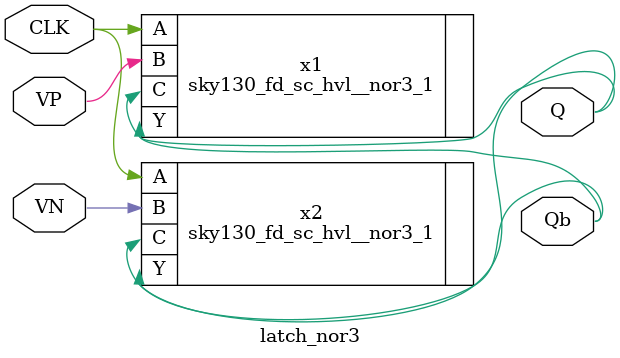
<source format=v>
/* Generated by Yosys 0.9 (git sha1 UNKNOWN, clang 12.0.0 -fPIC -Os) */

(* cells_not_processed =  1  *)
(* src = "../verilog/rtl/ACMP_HVL.v:5" *)
module ACMP_HVL(clk, INP, INN, Q);
  (* src = "../verilog/rtl/ACMP_HVL.v:8" *)
  input INN;
  (* src = "../verilog/rtl/ACMP_HVL.v:7" *)
  input INP;
  (* src = "../verilog/rtl/ACMP_HVL.v:9" *)
  output Q;
  (* src = "../verilog/rtl/ACMP_HVL.v:12" *)
  wire Q1;
  (* src = "../verilog/rtl/ACMP_HVL.v:12" *)
  wire Q1b;
  (* src = "../verilog/rtl/ACMP_HVL.v:13" *)
  wire Q2;
  (* src = "../verilog/rtl/ACMP_HVL.v:13" *)
  wire Q2b;
  (* src = "../verilog/rtl/ACMP_HVL.v:14" *)
  wire Qb;
  (* src = "../verilog/rtl/ACMP_HVL.v:6" *)
  input clk;
  (* src = "../verilog/rtl/ACMP_HVL.v:11" *)
  wire clkb;
  (* src = "../verilog/rtl/ACMP_HVL.v:35|../verilog/rtl/ACMP_HVL.v:83" *)
  wire \x1.Q0 ;
  (* src = "../verilog/rtl/ACMP_HVL.v:35|../verilog/rtl/ACMP_HVL.v:83" *)
  wire \x1.Q0b ;
  (* module_not_derived = 32'd1 *)
  (* src = "../verilog/rtl/ACMP_HVL.v:16" *)
  sky130_fd_sc_hvl__inv_1 x0 (
    .A(clk),
    .Y(clkb)
  );
  (* module_not_derived = 32'd1 *)
  (* src = "../verilog/rtl/ACMP_HVL.v:35|../verilog/rtl/ACMP_HVL.v:85" *)
  sky130_fd_sc_hvl__nand3_1 \x1.x1  (
    .A(clk),
    .B(INP),
    .C(\x1.Q0 ),
    .Y(\x1.Q0b )
  );
  (* module_not_derived = 32'd1 *)
  (* src = "../verilog/rtl/ACMP_HVL.v:35|../verilog/rtl/ACMP_HVL.v:91" *)
  sky130_fd_sc_hvl__nand3_1 \x1.x2  (
    .A(clk),
    .B(INN),
    .C(\x1.Q0b ),
    .Y(\x1.Q0 )
  );
  (* module_not_derived = 32'd1 *)
  (* src = "../verilog/rtl/ACMP_HVL.v:35|../verilog/rtl/ACMP_HVL.v:98" *)
  sky130_fd_sc_hvl__inv_4 \x1.x3  (
    .A(\x1.Q0 ),
    .Y(Q1b)
  );
  (* module_not_derived = 32'd1 *)
  (* src = "../verilog/rtl/ACMP_HVL.v:35|../verilog/rtl/ACMP_HVL.v:103" *)
  sky130_fd_sc_hvl__inv_4 \x1.x4  (
    .A(\x1.Q0b ),
    .Y(Q1)
  );
  (* module_not_derived = 32'd1 *)
  (* src = "../verilog/rtl/ACMP_HVL.v:43|../verilog/rtl/ACMP_HVL.v:61" *)
  sky130_fd_sc_hvl__nor3_1 \x2.x1  (
    .A(clkb),
    .B(INP),
    .C(Q2),
    .Y(Q2b)
  );
  (* module_not_derived = 32'd1 *)
  (* src = "../verilog/rtl/ACMP_HVL.v:43|../verilog/rtl/ACMP_HVL.v:67" *)
  sky130_fd_sc_hvl__nor3_1 \x2.x2  (
    .A(clkb),
    .B(INN),
    .C(Q2b),
    .Y(Q2)
  );
  (* module_not_derived = 32'd1 *)
  (* src = "../verilog/rtl/ACMP_HVL.v:21" *)
  sky130_fd_sc_hvl__nor3_1 x5 (
    .A(Q1b),
    .B(Q2b),
    .C(Qb),
    .Y(Q)
  );
  (* module_not_derived = 32'd1 *)
  (* src = "../verilog/rtl/ACMP_HVL.v:28" *)
  sky130_fd_sc_hvl__nor3_1 x6 (
    .A(Q1),
    .B(Q2),
    .C(Q),
    .Y(Qb)
  );
endmodule

(* cells_not_processed =  1  *)
(* src = "../verilog/rtl/ACMP_HVL.v:76" *)
module latch_nand3(CLK, VP, VN, Q, Qb);
  (* src = "../verilog/rtl/ACMP_HVL.v:77" *)
  input CLK;
  (* src = "../verilog/rtl/ACMP_HVL.v:80" *)
  output Q;
  (* src = "../verilog/rtl/ACMP_HVL.v:83" *)
  wire Q0;
  (* src = "../verilog/rtl/ACMP_HVL.v:83" *)
  wire Q0b;
  (* src = "../verilog/rtl/ACMP_HVL.v:81" *)
  output Qb;
  (* src = "../verilog/rtl/ACMP_HVL.v:79" *)
  input VN;
  (* src = "../verilog/rtl/ACMP_HVL.v:78" *)
  input VP;
  (* module_not_derived = 32'd1 *)
  (* src = "../verilog/rtl/ACMP_HVL.v:85" *)
  sky130_fd_sc_hvl__nand3_1 x1 (
    .A(CLK),
    .B(VP),
    .C(Q0),
    .Y(Q0b)
  );
  (* module_not_derived = 32'd1 *)
  (* src = "../verilog/rtl/ACMP_HVL.v:91" *)
  sky130_fd_sc_hvl__nand3_1 x2 (
    .A(CLK),
    .B(VN),
    .C(Q0b),
    .Y(Q0)
  );
  (* module_not_derived = 32'd1 *)
  (* src = "../verilog/rtl/ACMP_HVL.v:98" *)
  sky130_fd_sc_hvl__inv_4 x3 (
    .A(Q0),
    .Y(Qb)
  );
  (* module_not_derived = 32'd1 *)
  (* src = "../verilog/rtl/ACMP_HVL.v:103" *)
  sky130_fd_sc_hvl__inv_4 x4 (
    .A(Q0b),
    .Y(Q)
  );
endmodule

(* cells_not_processed =  1  *)
(* src = "../verilog/rtl/ACMP_HVL.v:53" *)
module latch_nor3(CLK, VP, VN, Q, Qb);
  (* src = "../verilog/rtl/ACMP_HVL.v:54" *)
  input CLK;
  (* src = "../verilog/rtl/ACMP_HVL.v:57" *)
  output Q;
  (* src = "../verilog/rtl/ACMP_HVL.v:58" *)
  output Qb;
  (* src = "../verilog/rtl/ACMP_HVL.v:56" *)
  input VN;
  (* src = "../verilog/rtl/ACMP_HVL.v:55" *)
  input VP;
  (* module_not_derived = 32'd1 *)
  (* src = "../verilog/rtl/ACMP_HVL.v:61" *)
  sky130_fd_sc_hvl__nor3_1 x1 (
    .A(CLK),
    .B(VP),
    .C(Q),
    .Y(Qb)
  );
  (* module_not_derived = 32'd1 *)
  (* src = "../verilog/rtl/ACMP_HVL.v:67" *)
  sky130_fd_sc_hvl__nor3_1 x2 (
    .A(CLK),
    .B(VN),
    .C(Qb),
    .Y(Q)
  );
endmodule

</source>
